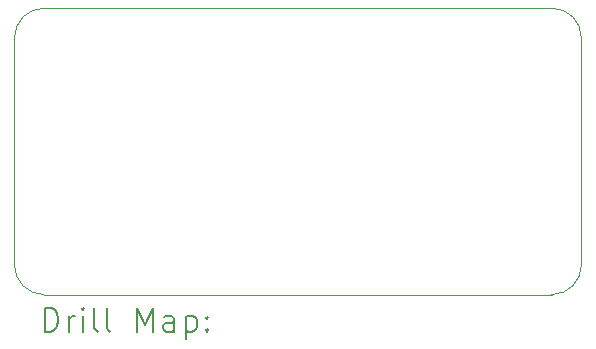
<source format=gbr>
%TF.GenerationSoftware,KiCad,Pcbnew,8.0.3*%
%TF.CreationDate,2024-06-23T18:27:30+02:00*%
%TF.ProjectId,LS018B7DH02_breakout,4c533031-3842-4374-9448-30325f627265,rev?*%
%TF.SameCoordinates,Original*%
%TF.FileFunction,Drillmap*%
%TF.FilePolarity,Positive*%
%FSLAX45Y45*%
G04 Gerber Fmt 4.5, Leading zero omitted, Abs format (unit mm)*
G04 Created by KiCad (PCBNEW 8.0.3) date 2024-06-23 18:27:30*
%MOMM*%
%LPD*%
G01*
G04 APERTURE LIST*
%ADD10C,0.050000*%
%ADD11C,0.200000*%
G04 APERTURE END LIST*
D10*
X7400000Y-10550000D02*
G75*
G02*
X7150000Y-10300000I0J250000D01*
G01*
X7400000Y-8125000D02*
X11700000Y-8125000D01*
X11950000Y-8375000D02*
X11950000Y-10300000D01*
X7400000Y-10550000D02*
X11700000Y-10550000D01*
X11700000Y-8125000D02*
G75*
G02*
X11950000Y-8375000I0J-250000D01*
G01*
X11950000Y-10300000D02*
G75*
G02*
X11700000Y-10550000I-250000J0D01*
G01*
X7150000Y-10300000D02*
X7150000Y-8375000D01*
X7150000Y-8375000D02*
G75*
G02*
X7400000Y-8125000I250000J0D01*
G01*
D11*
X7408277Y-10863984D02*
X7408277Y-10663984D01*
X7408277Y-10663984D02*
X7455896Y-10663984D01*
X7455896Y-10663984D02*
X7484467Y-10673508D01*
X7484467Y-10673508D02*
X7503515Y-10692555D01*
X7503515Y-10692555D02*
X7513039Y-10711603D01*
X7513039Y-10711603D02*
X7522562Y-10749698D01*
X7522562Y-10749698D02*
X7522562Y-10778270D01*
X7522562Y-10778270D02*
X7513039Y-10816365D01*
X7513039Y-10816365D02*
X7503515Y-10835412D01*
X7503515Y-10835412D02*
X7484467Y-10854460D01*
X7484467Y-10854460D02*
X7455896Y-10863984D01*
X7455896Y-10863984D02*
X7408277Y-10863984D01*
X7608277Y-10863984D02*
X7608277Y-10730650D01*
X7608277Y-10768746D02*
X7617801Y-10749698D01*
X7617801Y-10749698D02*
X7627324Y-10740174D01*
X7627324Y-10740174D02*
X7646372Y-10730650D01*
X7646372Y-10730650D02*
X7665420Y-10730650D01*
X7732086Y-10863984D02*
X7732086Y-10730650D01*
X7732086Y-10663984D02*
X7722562Y-10673508D01*
X7722562Y-10673508D02*
X7732086Y-10683031D01*
X7732086Y-10683031D02*
X7741610Y-10673508D01*
X7741610Y-10673508D02*
X7732086Y-10663984D01*
X7732086Y-10663984D02*
X7732086Y-10683031D01*
X7855896Y-10863984D02*
X7836848Y-10854460D01*
X7836848Y-10854460D02*
X7827324Y-10835412D01*
X7827324Y-10835412D02*
X7827324Y-10663984D01*
X7960658Y-10863984D02*
X7941610Y-10854460D01*
X7941610Y-10854460D02*
X7932086Y-10835412D01*
X7932086Y-10835412D02*
X7932086Y-10663984D01*
X8189229Y-10863984D02*
X8189229Y-10663984D01*
X8189229Y-10663984D02*
X8255896Y-10806841D01*
X8255896Y-10806841D02*
X8322562Y-10663984D01*
X8322562Y-10663984D02*
X8322562Y-10863984D01*
X8503515Y-10863984D02*
X8503515Y-10759222D01*
X8503515Y-10759222D02*
X8493991Y-10740174D01*
X8493991Y-10740174D02*
X8474944Y-10730650D01*
X8474944Y-10730650D02*
X8436848Y-10730650D01*
X8436848Y-10730650D02*
X8417801Y-10740174D01*
X8503515Y-10854460D02*
X8484467Y-10863984D01*
X8484467Y-10863984D02*
X8436848Y-10863984D01*
X8436848Y-10863984D02*
X8417801Y-10854460D01*
X8417801Y-10854460D02*
X8408277Y-10835412D01*
X8408277Y-10835412D02*
X8408277Y-10816365D01*
X8408277Y-10816365D02*
X8417801Y-10797317D01*
X8417801Y-10797317D02*
X8436848Y-10787793D01*
X8436848Y-10787793D02*
X8484467Y-10787793D01*
X8484467Y-10787793D02*
X8503515Y-10778270D01*
X8598753Y-10730650D02*
X8598753Y-10930650D01*
X8598753Y-10740174D02*
X8617801Y-10730650D01*
X8617801Y-10730650D02*
X8655896Y-10730650D01*
X8655896Y-10730650D02*
X8674944Y-10740174D01*
X8674944Y-10740174D02*
X8684467Y-10749698D01*
X8684467Y-10749698D02*
X8693991Y-10768746D01*
X8693991Y-10768746D02*
X8693991Y-10825889D01*
X8693991Y-10825889D02*
X8684467Y-10844936D01*
X8684467Y-10844936D02*
X8674944Y-10854460D01*
X8674944Y-10854460D02*
X8655896Y-10863984D01*
X8655896Y-10863984D02*
X8617801Y-10863984D01*
X8617801Y-10863984D02*
X8598753Y-10854460D01*
X8779705Y-10844936D02*
X8789229Y-10854460D01*
X8789229Y-10854460D02*
X8779705Y-10863984D01*
X8779705Y-10863984D02*
X8770182Y-10854460D01*
X8770182Y-10854460D02*
X8779705Y-10844936D01*
X8779705Y-10844936D02*
X8779705Y-10863984D01*
X8779705Y-10740174D02*
X8789229Y-10749698D01*
X8789229Y-10749698D02*
X8779705Y-10759222D01*
X8779705Y-10759222D02*
X8770182Y-10749698D01*
X8770182Y-10749698D02*
X8779705Y-10740174D01*
X8779705Y-10740174D02*
X8779705Y-10759222D01*
M02*

</source>
